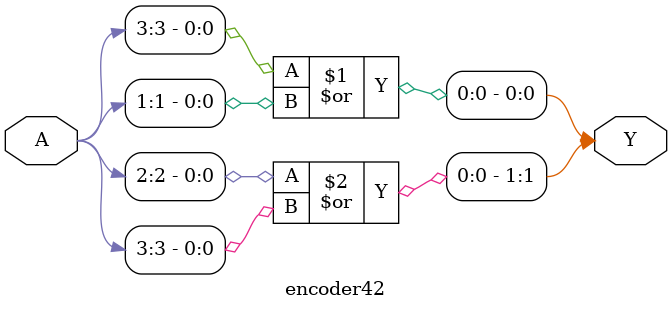
<source format=v>
`timescale 1ns / 1ps
module encoder42(A,Y);
input [3:1] A;
output [1:0] Y;

or (Y[0], A[3], A[1]);
or (Y[1], A[2], A[3]);

endmodule

</source>
